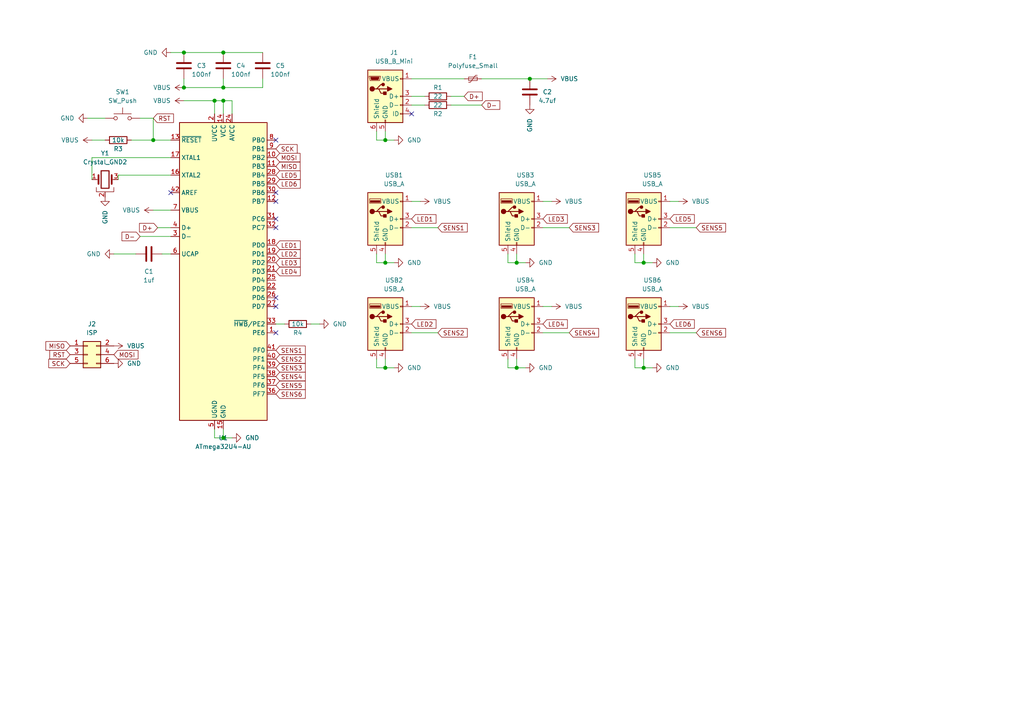
<source format=kicad_sch>
(kicad_sch (version 20201015) (generator eeschema)
  (page 1 1)
  (paper "A4")
  (lib_symbols
    (symbol "Connector:USB_A" (pin_names (offset 1.016))
      (property "Reference" "J" (at -5.08 11.43 0))
      (property "Value" "USB_A" (at -5.08 8.89 0))
      (symbol "USB_A_0_1"
        (circle (center -3.81 2.159) (radius 0.635) (stroke (width 0.254)) (fill (type outline)))
        (circle (center -0.635 3.429) (radius 0.381) (stroke (width 0.254)) (fill (type outline)))
        (rectangle (start -5.08 -7.62) (end 5.08 7.62) (stroke (width 0.254)) (fill (type background)))
        (rectangle (start -1.524 4.826) (end -4.318 5.334) (fill (type outline)))
        (rectangle (start -1.27 4.572) (end -4.572 5.842))
        (rectangle (start -0.127 -7.62) (end 0.127 -6.858))
        (rectangle (start 0.254 1.27) (end -0.508 0.508) (stroke (width 0.254)) (fill (type outline)))
        (rectangle (start 5.08 -2.667) (end 4.318 -2.413))
        (rectangle (start 5.08 -0.127) (end 4.318 0.127))
        (rectangle (start 5.08 4.953) (end 4.318 5.207))
        (polyline (pts (xy -3.175 2.159) (xy -2.54 2.159) (xy -1.27 3.429) (xy -0.635 3.429)) (stroke (width 0.254)))
        (polyline (pts (xy -2.54 2.159) (xy -1.905 2.159) (xy -1.27 0.889) (xy 0 0.889)) (stroke (width 0.254)))
        (polyline (pts (xy 0.635 2.794) (xy 0.635 1.524) (xy 1.905 2.159) (xy 0.635 2.794)) (stroke (width 0.254)) (fill (type outline)))
      )
      (symbol "USB_A_1_1"
        (polyline (pts (xy -1.905 2.159) (xy 0.635 2.159)) (stroke (width 0.254)))
        (pin power_in line (at 7.62 5.08 180) (length 2.54) (name "VBUS") (number "1"))
        (pin passive line (at 7.62 -2.54 180) (length 2.54) (name "D-") (number "2"))
        (pin passive line (at 7.62 0 180) (length 2.54) (name "D+") (number "3"))
        (pin power_in line (at 0 -10.16 90) (length 2.54) (name "GND") (number "4"))
        (pin passive line (at -2.54 -10.16 90) (length 2.54) (name "Shield") (number "5"))
      )
    )
    (symbol "Connector:USB_B_Mini" (pin_names (offset 1.016))
      (property "Reference" "J" (at -5.08 11.43 0))
      (property "Value" "USB_B_Mini" (at -5.08 8.89 0))
      (symbol "USB_B_Mini_0_1"
        (circle (center -3.81 2.159) (radius 0.635) (stroke (width 0.254)) (fill (type outline)))
        (circle (center -0.635 3.429) (radius 0.381) (stroke (width 0.254)) (fill (type outline)))
        (rectangle (start -5.08 -7.62) (end 5.08 7.62) (stroke (width 0.254)) (fill (type background)))
        (rectangle (start -0.127 -7.62) (end 0.127 -6.858))
        (rectangle (start 0.254 1.27) (end -0.508 0.508) (stroke (width 0.254)) (fill (type outline)))
        (rectangle (start 5.08 -5.207) (end 4.318 -4.953))
        (rectangle (start 5.08 -2.667) (end 4.318 -2.413))
        (rectangle (start 5.08 -0.127) (end 4.318 0.127))
        (rectangle (start 5.08 4.953) (end 4.318 5.207))
        (polyline (pts (xy -1.905 2.159) (xy 0.635 2.159)) (stroke (width 0.254)))
        (polyline (pts (xy -3.175 2.159) (xy -2.54 2.159) (xy -1.27 3.429) (xy -0.635 3.429)) (stroke (width 0.254)))
        (polyline (pts (xy -2.54 2.159) (xy -1.905 2.159) (xy -1.27 0.889) (xy 0 0.889)) (stroke (width 0.254)))
        (polyline (pts (xy 0.635 2.794) (xy 0.635 1.524) (xy 1.905 2.159) (xy 0.635 2.794)) (stroke (width 0.254)) (fill (type outline)))
        (polyline (pts (xy -4.318 5.588) (xy -1.778 5.588) (xy -2.032 4.826) (xy -4.064 4.826) (xy -4.318 5.588)) (fill (type outline)))
        (polyline (pts (xy -4.699 5.842) (xy -4.699 5.588) (xy -4.445 4.826) (xy -4.445 4.572) (xy -1.651 4.572) (xy -1.651 4.826) (xy -1.397 5.588) (xy -1.397 5.842) (xy -4.699 5.842)))
      )
      (symbol "USB_B_Mini_1_1"
        (pin power_out line (at 7.62 5.08 180) (length 2.54) (name "VBUS") (number "1"))
        (pin passive line (at 7.62 -2.54 180) (length 2.54) (name "D-") (number "2"))
        (pin passive line (at 7.62 0 180) (length 2.54) (name "D+") (number "3"))
        (pin passive line (at 7.62 -5.08 180) (length 2.54) (name "ID") (number "4"))
        (pin power_out line (at 0 -10.16 90) (length 2.54) (name "GND") (number "5"))
        (pin passive line (at -2.54 -10.16 90) (length 2.54) (name "Shield") (number "6"))
      )
    )
    (symbol "Connector_Generic:Conn_02x03_Odd_Even" (pin_names (offset 1.016) hide)
      (property "Reference" "J" (at 1.27 5.08 0))
      (property "Value" "Conn_02x03_Odd_Even" (at 1.27 -5.08 0))
      (symbol "Conn_02x03_Odd_Even_1_1"
        (rectangle (start -1.27 -2.413) (end 0 -2.667) (stroke (width 0.1524)))
        (rectangle (start -1.27 2.667) (end 0 2.413) (stroke (width 0.1524)))
        (rectangle (start -1.27 3.81) (end 3.81 -3.81) (stroke (width 0.254)) (fill (type background)))
        (rectangle (start -1.27 0.127) (end 0 -0.127) (stroke (width 0.1524)))
        (rectangle (start 3.81 -2.413) (end 2.54 -2.667) (stroke (width 0.1524)))
        (rectangle (start 3.81 2.667) (end 2.54 2.413) (stroke (width 0.1524)))
        (rectangle (start 3.81 0.127) (end 2.54 -0.127) (stroke (width 0.1524)))
        (pin passive line (at -5.08 2.54 0) (length 3.81) (name "Pin_1") (number "1"))
        (pin passive line (at 7.62 2.54 180) (length 3.81) (name "Pin_2") (number "2"))
        (pin passive line (at -5.08 0 0) (length 3.81) (name "Pin_3") (number "3"))
        (pin passive line (at 7.62 0 180) (length 3.81) (name "Pin_4") (number "4"))
        (pin passive line (at -5.08 -2.54 0) (length 3.81) (name "Pin_5") (number "5"))
        (pin passive line (at 7.62 -2.54 180) (length 3.81) (name "Pin_6") (number "6"))
      )
    )
    (symbol "Device:C" (pin_numbers hide) (pin_names (offset 0.254))
      (property "Reference" "C" (at 0.635 2.54 0))
      (property "Value" "C" (at 0.635 -2.54 0))
      (symbol "C_0_1"
        (polyline (pts (xy -2.032 -0.762) (xy 2.032 -0.762)) (stroke (width 0.508)))
        (polyline (pts (xy -2.032 0.762) (xy 2.032 0.762)) (stroke (width 0.508)))
      )
      (symbol "C_1_1"
        (pin passive line (at 0 3.81 270) (length 2.794) (name "~") (number "1"))
        (pin passive line (at 0 -3.81 90) (length 2.794) (name "~") (number "2"))
      )
    )
    (symbol "Device:Crystal_GND2" (pin_names (offset 1.016) hide)
      (property "Reference" "Y" (at 0 5.715 0))
      (property "Value" "Crystal_GND2" (at 0 3.81 0))
      (symbol "Crystal_GND2_0_1"
        (rectangle (start -1.143 2.54) (end 1.143 -2.54) (stroke (width 0.3048)))
        (polyline (pts (xy -2.54 0) (xy -1.905 0)))
        (polyline (pts (xy -1.905 -1.27) (xy -1.905 1.27)) (stroke (width 0.508)))
        (polyline (pts (xy 0 -3.81) (xy 0 -3.556)))
        (polyline (pts (xy 1.905 0) (xy 2.54 0)))
        (polyline (pts (xy 1.905 1.27) (xy 1.905 -1.27)) (stroke (width 0.508)))
        (polyline (pts (xy -2.54 -2.286) (xy -2.54 -3.556) (xy 2.54 -3.556) (xy 2.54 -2.286)))
      )
      (symbol "Crystal_GND2_1_1"
        (pin passive line (at -3.81 0 0) (length 1.27) (name "1") (number "1"))
        (pin passive line (at 0 -5.08 90) (length 1.27) (name "2") (number "2"))
        (pin passive line (at 3.81 0 180) (length 1.27) (name "3") (number "3"))
      )
    )
    (symbol "Device:Polyfuse_Small" (pin_numbers hide) (pin_names (offset 0))
      (property "Reference" "F" (at -1.905 0 90))
      (property "Value" "Polyfuse_Small" (at 1.905 0 90))
      (symbol "Polyfuse_Small_0_1"
        (rectangle (start -0.508 1.27) (end 0.508 -1.27))
        (polyline (pts (xy 0 2.54) (xy 0 -2.54)))
        (polyline (pts (xy -1.016 1.27) (xy -1.016 0.762) (xy 1.016 -0.762) (xy 1.016 -1.27)))
      )
      (symbol "Polyfuse_Small_1_1"
        (pin passive line (at 0 2.54 270) (length 0.635) (name "~") (number "1"))
        (pin passive line (at 0 -2.54 90) (length 0.635) (name "~") (number "2"))
      )
    )
    (symbol "Device:R" (pin_numbers hide) (pin_names (offset 0))
      (property "Reference" "R" (at 2.032 0 90))
      (property "Value" "R" (at 0 0 90))
      (symbol "R_0_1"
        (rectangle (start -1.016 -2.54) (end 1.016 2.54) (stroke (width 0.254)))
      )
      (symbol "R_1_1"
        (pin passive line (at 0 3.81 270) (length 1.27) (name "~") (number "1"))
        (pin passive line (at 0 -3.81 90) (length 1.27) (name "~") (number "2"))
      )
    )
    (symbol "MCU_Microchip_ATmega:ATmega32U4-AU"
      (property "Reference" "U" (at -12.7 44.45 0))
      (property "Value" "ATmega32U4-AU" (at 2.54 -44.45 0))
      (symbol "ATmega32U4-AU_0_1"
        (rectangle (start -12.7 -43.18) (end 12.7 43.18) (stroke (width 0.254)) (fill (type background)))
      )
      (symbol "ATmega32U4-AU_1_1"
        (pin bidirectional line (at 15.24 -17.78 180) (length 2.54) (name "PE6") (number "1"))
        (pin bidirectional line (at 15.24 33.02 180) (length 2.54) (name "PB2") (number "10"))
        (pin bidirectional line (at 15.24 30.48 180) (length 2.54) (name "PB3") (number "11"))
        (pin bidirectional line (at 15.24 20.32 180) (length 2.54) (name "PB7") (number "12"))
        (pin input line (at -15.24 38.1 0) (length 2.54) (name "~RESET") (number "13"))
        (pin power_in line (at 0 45.72 270) (length 2.54) (name "VCC") (number "14"))
        (pin power_in line (at 0 -45.72 90) (length 2.54) (name "GND") (number "15"))
        (pin output line (at -15.24 27.94 0) (length 2.54) (name "XTAL2") (number "16"))
        (pin input line (at -15.24 33.02 0) (length 2.54) (name "XTAL1") (number "17"))
        (pin bidirectional line (at 15.24 7.62 180) (length 2.54) (name "PD0") (number "18"))
        (pin bidirectional line (at 15.24 5.08 180) (length 2.54) (name "PD1") (number "19"))
        (pin power_in line (at -2.54 45.72 270) (length 2.54) (name "UVCC") (number "2"))
        (pin bidirectional line (at 15.24 2.54 180) (length 2.54) (name "PD2") (number "20"))
        (pin bidirectional line (at 15.24 0 180) (length 2.54) (name "PD3") (number "21"))
        (pin bidirectional line (at 15.24 -5.08 180) (length 2.54) (name "PD5") (number "22"))
        (pin passive line (at 0 -45.72 90) (length 2.54) hide (name "GND") (number "23"))
        (pin power_in line (at 2.54 45.72 270) (length 2.54) (name "AVCC") (number "24"))
        (pin bidirectional line (at 15.24 -2.54 180) (length 2.54) (name "PD4") (number "25"))
        (pin bidirectional line (at 15.24 -7.62 180) (length 2.54) (name "PD6") (number "26"))
        (pin bidirectional line (at 15.24 -10.16 180) (length 2.54) (name "PD7") (number "27"))
        (pin bidirectional line (at 15.24 27.94 180) (length 2.54) (name "PB4") (number "28"))
        (pin bidirectional line (at 15.24 25.4 180) (length 2.54) (name "PB5") (number "29"))
        (pin bidirectional line (at -15.24 10.16 0) (length 2.54) (name "D-") (number "3"))
        (pin bidirectional line (at 15.24 22.86 180) (length 2.54) (name "PB6") (number "30"))
        (pin bidirectional line (at 15.24 15.24 180) (length 2.54) (name "PC6") (number "31"))
        (pin bidirectional line (at 15.24 12.7 180) (length 2.54) (name "PC7") (number "32"))
        (pin bidirectional line (at 15.24 -15.24 180) (length 2.54) (name "~HWB~/PE2") (number "33"))
        (pin passive line (at 0 45.72 270) (length 2.54) hide (name "VCC") (number "34"))
        (pin passive line (at 0 -45.72 90) (length 2.54) hide (name "GND") (number "35"))
        (pin bidirectional line (at 15.24 -35.56 180) (length 2.54) (name "PF7") (number "36"))
        (pin bidirectional line (at 15.24 -33.02 180) (length 2.54) (name "PF6") (number "37"))
        (pin bidirectional line (at 15.24 -30.48 180) (length 2.54) (name "PF5") (number "38"))
        (pin bidirectional line (at 15.24 -27.94 180) (length 2.54) (name "PF4") (number "39"))
        (pin bidirectional line (at -15.24 12.7 0) (length 2.54) (name "D+") (number "4"))
        (pin bidirectional line (at 15.24 -25.4 180) (length 2.54) (name "PF1") (number "40"))
        (pin bidirectional line (at 15.24 -22.86 180) (length 2.54) (name "PF0") (number "41"))
        (pin passive line (at -15.24 22.86 0) (length 2.54) (name "AREF") (number "42"))
        (pin passive line (at 0 -45.72 90) (length 2.54) hide (name "GND") (number "43"))
        (pin passive line (at 2.54 45.72 270) (length 2.54) hide (name "AVCC") (number "44"))
        (pin passive line (at -2.54 -45.72 90) (length 2.54) (name "UGND") (number "5"))
        (pin passive line (at -15.24 5.08 0) (length 2.54) (name "UCAP") (number "6"))
        (pin input line (at -15.24 17.78 0) (length 2.54) (name "VBUS") (number "7"))
        (pin bidirectional line (at 15.24 38.1 180) (length 2.54) (name "PB0") (number "8"))
        (pin bidirectional line (at 15.24 35.56 180) (length 2.54) (name "PB1") (number "9"))
      )
    )
    (symbol "Power:GND" (power) (pin_names (offset 0))
      (property "Value" "GND" (at 0 -3.81 0))
      (symbol "GND_0_1"
        (polyline (pts (xy 0 0) (xy 0 -1.27) (xy 1.27 -1.27) (xy 0 -2.54) (xy -1.27 -1.27) (xy 0 -1.27)))
      )
      (symbol "GND_1_1"
        (pin power_in line (at 0 0 270) (length 0) hide (name "GND") (number "1"))
      )
    )
    (symbol "Power:VBUS" (power) (pin_names (offset 0))
      (property "Value" "VBUS" (at 0 3.81 0))
      (symbol "VBUS_0_1"
        (polyline (pts (xy -0.762 1.27) (xy 0 2.54)))
        (polyline (pts (xy 0 0) (xy 0 2.54)))
        (polyline (pts (xy 0 2.54) (xy 0.762 1.27)))
      )
      (symbol "VBUS_1_1"
        (pin power_in line (at 0 0 90) (length 0) hide (name "VBUS") (number "1"))
      )
    )
    (symbol "Switch:SW_Push" (pin_numbers hide) (pin_names (offset 1.016) hide)
      (property "Reference" "SW" (at 1.27 2.54 0))
      (property "Value" "SW_Push" (at 0 -1.524 0))
      (symbol "SW_Push_0_1"
        (circle (center -2.032 0) (radius 0.508))
        (circle (center 2.032 0) (radius 0.508))
        (polyline (pts (xy 0 1.27) (xy 0 3.048)))
        (polyline (pts (xy 2.54 1.27) (xy -2.54 1.27)))
        (pin passive line (at -5.08 0 0) (length 2.54) (name "1") (number "1"))
        (pin passive line (at 5.08 0 180) (length 2.54) (name "2") (number "2"))
      )
    )
  )
  (junction (at 44.45 40.64) (diameter 1.016))
  (junction (at 53.34 15.24) (diameter 1.016))
  (junction (at 53.34 25.4) (diameter 1.016))
  (junction (at 62.23 29.21) (diameter 1.016))
  (junction (at 64.77 15.24) (diameter 1.016))
  (junction (at 64.77 25.4) (diameter 1.016))
  (junction (at 64.77 29.21) (diameter 1.016))
  (junction (at 64.77 127) (diameter 1.016))
  (junction (at 111.76 40.64) (diameter 1.016))
  (junction (at 111.76 76.2) (diameter 1.016))
  (junction (at 111.76 106.68) (diameter 1.016))
  (junction (at 149.86 76.2) (diameter 1.016))
  (junction (at 149.86 106.68) (diameter 1.016))
  (junction (at 153.67 22.86) (diameter 1.016))
  (junction (at 186.69 76.2) (diameter 1.016))
  (junction (at 186.69 106.68) (diameter 1.016))
  (no_connect (at 49.53 55.88))
  (no_connect (at 119.38 33.02))
  (no_connect (at 80.01 40.64))
  (no_connect (at 80.01 55.88))
  (no_connect (at 80.01 58.42))
  (no_connect (at 80.01 63.5))
  (no_connect (at 80.01 66.04))
  (no_connect (at 80.01 86.36))
  (no_connect (at 80.01 88.9))
  (no_connect (at 80.01 96.52))
  (wire (pts (xy 25.4 34.29) (xy 30.48 34.29)))
  (wire (pts (xy 26.67 40.64) (xy 30.48 40.64)))
  (wire (pts (xy 26.67 45.72) (xy 49.53 45.72)))
  (wire (pts (xy 26.67 52.07) (xy 26.67 45.72)))
  (wire (pts (xy 33.02 73.66) (xy 39.37 73.66)))
  (wire (pts (xy 34.29 50.8) (xy 34.29 52.07)))
  (wire (pts (xy 38.1 40.64) (xy 44.45 40.64)))
  (wire (pts (xy 40.64 34.29) (xy 44.45 34.29)))
  (wire (pts (xy 44.45 34.29) (xy 44.45 40.64)))
  (wire (pts (xy 44.45 40.64) (xy 49.53 40.64)))
  (wire (pts (xy 44.45 60.96) (xy 49.53 60.96)))
  (wire (pts (xy 45.72 66.04) (xy 49.53 66.04)))
  (wire (pts (xy 46.99 73.66) (xy 49.53 73.66)))
  (wire (pts (xy 49.53 15.24) (xy 53.34 15.24)))
  (wire (pts (xy 49.53 50.8) (xy 34.29 50.8)))
  (wire (pts (xy 49.53 68.58) (xy 40.64 68.58)))
  (wire (pts (xy 53.34 15.24) (xy 64.77 15.24)))
  (wire (pts (xy 53.34 22.86) (xy 53.34 25.4)))
  (wire (pts (xy 53.34 25.4) (xy 64.77 25.4)))
  (wire (pts (xy 53.34 29.21) (xy 62.23 29.21)))
  (wire (pts (xy 62.23 29.21) (xy 62.23 33.02)))
  (wire (pts (xy 62.23 29.21) (xy 64.77 29.21)))
  (wire (pts (xy 62.23 127) (xy 62.23 124.46)))
  (wire (pts (xy 64.77 15.24) (xy 76.2 15.24)))
  (wire (pts (xy 64.77 25.4) (xy 64.77 22.86)))
  (wire (pts (xy 64.77 25.4) (xy 76.2 25.4)))
  (wire (pts (xy 64.77 29.21) (xy 64.77 33.02)))
  (wire (pts (xy 64.77 29.21) (xy 67.31 29.21)))
  (wire (pts (xy 64.77 124.46) (xy 64.77 127)))
  (wire (pts (xy 64.77 127) (xy 62.23 127)))
  (wire (pts (xy 67.31 33.02) (xy 67.31 29.21)))
  (wire (pts (xy 67.31 127) (xy 64.77 127)))
  (wire (pts (xy 76.2 25.4) (xy 76.2 22.86)))
  (wire (pts (xy 80.01 93.98) (xy 82.55 93.98)))
  (wire (pts (xy 90.17 93.98) (xy 92.71 93.98)))
  (wire (pts (xy 109.22 40.64) (xy 109.22 38.1)))
  (wire (pts (xy 109.22 76.2) (xy 109.22 73.66)))
  (wire (pts (xy 109.22 106.68) (xy 109.22 104.14)))
  (wire (pts (xy 111.76 38.1) (xy 111.76 40.64)))
  (wire (pts (xy 111.76 40.64) (xy 109.22 40.64)))
  (wire (pts (xy 111.76 73.66) (xy 111.76 76.2)))
  (wire (pts (xy 111.76 76.2) (xy 109.22 76.2)))
  (wire (pts (xy 111.76 104.14) (xy 111.76 106.68)))
  (wire (pts (xy 111.76 106.68) (xy 109.22 106.68)))
  (wire (pts (xy 114.3 40.64) (xy 111.76 40.64)))
  (wire (pts (xy 114.3 76.2) (xy 111.76 76.2)))
  (wire (pts (xy 114.3 106.68) (xy 111.76 106.68)))
  (wire (pts (xy 119.38 22.86) (xy 134.62 22.86)))
  (wire (pts (xy 119.38 27.94) (xy 123.19 27.94)))
  (wire (pts (xy 119.38 30.48) (xy 123.19 30.48)))
  (wire (pts (xy 119.38 58.42) (xy 121.92 58.42)))
  (wire (pts (xy 119.38 66.04) (xy 127 66.04)))
  (wire (pts (xy 119.38 88.9) (xy 121.92 88.9)))
  (wire (pts (xy 119.38 96.52) (xy 127 96.52)))
  (wire (pts (xy 130.81 27.94) (xy 134.62 27.94)))
  (wire (pts (xy 130.81 30.48) (xy 139.7 30.48)))
  (wire (pts (xy 139.7 22.86) (xy 153.67 22.86)))
  (wire (pts (xy 147.32 76.2) (xy 147.32 73.66)))
  (wire (pts (xy 147.32 106.68) (xy 147.32 104.14)))
  (wire (pts (xy 149.86 73.66) (xy 149.86 76.2)))
  (wire (pts (xy 149.86 76.2) (xy 147.32 76.2)))
  (wire (pts (xy 149.86 104.14) (xy 149.86 106.68)))
  (wire (pts (xy 149.86 106.68) (xy 147.32 106.68)))
  (wire (pts (xy 152.4 76.2) (xy 149.86 76.2)))
  (wire (pts (xy 152.4 106.68) (xy 149.86 106.68)))
  (wire (pts (xy 153.67 22.86) (xy 158.75 22.86)))
  (wire (pts (xy 157.48 58.42) (xy 160.02 58.42)))
  (wire (pts (xy 157.48 66.04) (xy 165.1 66.04)))
  (wire (pts (xy 157.48 88.9) (xy 160.02 88.9)))
  (wire (pts (xy 157.48 96.52) (xy 165.1 96.52)))
  (wire (pts (xy 184.15 76.2) (xy 184.15 73.66)))
  (wire (pts (xy 184.15 106.68) (xy 184.15 104.14)))
  (wire (pts (xy 186.69 73.66) (xy 186.69 76.2)))
  (wire (pts (xy 186.69 76.2) (xy 184.15 76.2)))
  (wire (pts (xy 186.69 104.14) (xy 186.69 106.68)))
  (wire (pts (xy 186.69 106.68) (xy 184.15 106.68)))
  (wire (pts (xy 189.23 76.2) (xy 186.69 76.2)))
  (wire (pts (xy 189.23 106.68) (xy 186.69 106.68)))
  (wire (pts (xy 194.31 58.42) (xy 196.85 58.42)))
  (wire (pts (xy 194.31 66.04) (xy 201.93 66.04)))
  (wire (pts (xy 194.31 88.9) (xy 196.85 88.9)))
  (wire (pts (xy 194.31 96.52) (xy 201.93 96.52)))
  (global_label "MISO" (shape input) (at 20.32 100.33 180) (property "Intersheet References" "${INTERSHEET_REFS}" (effects hide)))
  (global_label "RST" (shape input) (at 20.32 102.87 180) (property "Intersheet References" "${INTERSHEET_REFS}" (effects hide)))
  (global_label "SCK" (shape input) (at 20.32 105.41 180) (property "Intersheet References" "${INTERSHEET_REFS}" (effects hide)))
  (global_label "MOSI" (shape input) (at 33.02 102.87 0) (property "Intersheet References" "${INTERSHEET_REFS}" (effects hide)))
  (global_label "D-" (shape input) (at 40.64 68.58 180) (property "Intersheet References" "${INTERSHEET_REFS}" (effects hide)))
  (global_label "RST" (shape input) (at 44.45 34.29 0) (property "Intersheet References" "${INTERSHEET_REFS}" (effects hide)))
  (global_label "D+" (shape input) (at 45.72 66.04 180) (property "Intersheet References" "${INTERSHEET_REFS}" (effects hide)))
  (global_label "SCK" (shape input) (at 80.01 43.18 0) (property "Intersheet References" "${INTERSHEET_REFS}" (effects hide)))
  (global_label "MOSI" (shape input) (at 80.01 45.72 0) (property "Intersheet References" "${INTERSHEET_REFS}" (effects hide)))
  (global_label "MISO" (shape input) (at 80.01 48.26 0) (property "Intersheet References" "${INTERSHEET_REFS}" (effects hide)))
  (global_label "LED5" (shape input) (at 80.01 50.8 0) (property "Intersheet References" "${INTERSHEET_REFS}" (effects hide)))
  (global_label "LED6" (shape input) (at 80.01 53.34 0) (property "Intersheet References" "${INTERSHEET_REFS}" (effects hide)))
  (global_label "LED1" (shape input) (at 80.01 71.12 0) (property "Intersheet References" "${INTERSHEET_REFS}" (effects hide)))
  (global_label "LED2" (shape input) (at 80.01 73.66 0) (property "Intersheet References" "${INTERSHEET_REFS}" (effects hide)))
  (global_label "LED3" (shape input) (at 80.01 76.2 0) (property "Intersheet References" "${INTERSHEET_REFS}" (effects hide)))
  (global_label "LED4" (shape input) (at 80.01 78.74 0) (property "Intersheet References" "${INTERSHEET_REFS}" (effects hide)))
  (global_label "SENS1" (shape input) (at 80.01 101.6 0) (property "Intersheet References" "${INTERSHEET_REFS}" (effects hide)))
  (global_label "SENS2" (shape input) (at 80.01 104.14 0) (property "Intersheet References" "${INTERSHEET_REFS}" (effects hide)))
  (global_label "SENS3" (shape input) (at 80.01 106.68 0) (property "Intersheet References" "${INTERSHEET_REFS}" (effects hide)))
  (global_label "SENS4" (shape input) (at 80.01 109.22 0) (property "Intersheet References" "${INTERSHEET_REFS}" (effects hide)))
  (global_label "SENS5" (shape input) (at 80.01 111.76 0) (property "Intersheet References" "${INTERSHEET_REFS}" (effects hide)))
  (global_label "SENS6" (shape input) (at 80.01 114.3 0) (property "Intersheet References" "${INTERSHEET_REFS}" (effects hide)))
  (global_label "LED1" (shape input) (at 119.38 63.5 0) (property "Intersheet References" "${INTERSHEET_REFS}" (effects hide)))
  (global_label "LED2" (shape input) (at 119.38 93.98 0) (property "Intersheet References" "${INTERSHEET_REFS}" (effects hide)))
  (global_label "SENS1" (shape input) (at 127 66.04 0) (property "Intersheet References" "${INTERSHEET_REFS}" (effects hide)))
  (global_label "SENS2" (shape input) (at 127 96.52 0) (property "Intersheet References" "${INTERSHEET_REFS}" (effects hide)))
  (global_label "D+" (shape input) (at 134.62 27.94 0) (property "Intersheet References" "${INTERSHEET_REFS}" (effects hide)))
  (global_label "D-" (shape input) (at 139.7 30.48 0) (property "Intersheet References" "${INTERSHEET_REFS}" (effects hide)))
  (global_label "LED3" (shape input) (at 157.48 63.5 0) (property "Intersheet References" "${INTERSHEET_REFS}" (effects hide)))
  (global_label "LED4" (shape input) (at 157.48 93.98 0) (property "Intersheet References" "${INTERSHEET_REFS}" (effects hide)))
  (global_label "SENS3" (shape input) (at 165.1 66.04 0) (property "Intersheet References" "${INTERSHEET_REFS}" (effects hide)))
  (global_label "SENS4" (shape input) (at 165.1 96.52 0) (property "Intersheet References" "${INTERSHEET_REFS}" (effects hide)))
  (global_label "LED5" (shape input) (at 194.31 63.5 0) (property "Intersheet References" "${INTERSHEET_REFS}" (effects hide)))
  (global_label "LED6" (shape input) (at 194.31 93.98 0) (property "Intersheet References" "${INTERSHEET_REFS}" (effects hide)))
  (global_label "SENS5" (shape input) (at 201.93 66.04 0) (property "Intersheet References" "${INTERSHEET_REFS}" (effects hide)))
  (global_label "SENS6" (shape input) (at 201.93 96.52 0) (property "Intersheet References" "${INTERSHEET_REFS}" (effects hide)))
  (symbol (lib_id "Power:VBUS") (at 26.67 40.64 90) (unit 1)
    (property "Reference" "#PWR06" (effects hide))
    (property "Value" "VBUS" (at 22.86 40.64 90) (effects (justify left)))
  )
  (symbol (lib_id "Power:VBUS") (at 33.02 100.33 270) (unit 1)
    (property "Reference" "#PWR?" (effects hide))
    (property "Value" "VBUS" (at 36.83 100.33 90) (effects (justify left)))
  )
  (symbol (lib_id "Power:VBUS") (at 44.45 60.96 90) (unit 1)
    (property "Reference" "#PWR012" (effects hide))
    (property "Value" "VBUS" (at 40.64 60.96 90) (effects (justify left)))
  )
  (symbol (lib_id "Power:VBUS") (at 53.34 25.4 90) (unit 1)
    (property "Reference" "#PWR03" (effects hide))
    (property "Value" "VBUS" (at 49.53 25.4 90) (effects (justify left)))
  )
  (symbol (lib_id "Power:VBUS") (at 53.34 29.21 90) (unit 1)
    (property "Reference" "#PWR0101" (effects hide))
    (property "Value" "VBUS" (at 49.53 29.21 90) (effects (justify left)))
  )
  (symbol (lib_id "Power:VBUS") (at 121.92 58.42 270) (unit 1)
    (property "Reference" "#PWR09" (effects hide))
    (property "Value" "VBUS" (at 125.73 58.42 90) (effects (justify left)))
  )
  (symbol (lib_id "Power:VBUS") (at 121.92 88.9 270) (unit 1)
    (property "Reference" "#PWR017" (effects hide))
    (property "Value" "VBUS" (at 125.73 88.9 90) (effects (justify left)))
  )
  (symbol (lib_id "Power:VBUS") (at 158.75 22.86 270) (unit 1)
    (property "Reference" "#PWR02" (effects hide))
    (property "Value" "VBUS" (at 162.56 22.86 90) (effects (justify left)))
  )
  (symbol (lib_id "Power:VBUS") (at 160.02 58.42 270) (unit 1)
    (property "Reference" "#PWR010" (effects hide))
    (property "Value" "VBUS" (at 163.83 58.42 90) (effects (justify left)))
  )
  (symbol (lib_id "Power:VBUS") (at 160.02 88.9 270) (unit 1)
    (property "Reference" "#PWR018" (effects hide))
    (property "Value" "VBUS" (at 163.83 88.9 90) (effects (justify left)))
  )
  (symbol (lib_id "Power:VBUS") (at 196.85 58.42 270) (unit 1)
    (property "Reference" "#PWR011" (effects hide))
    (property "Value" "VBUS" (at 200.66 58.42 90) (effects (justify left)))
  )
  (symbol (lib_id "Power:VBUS") (at 196.85 88.9 270) (unit 1)
    (property "Reference" "#PWR019" (effects hide))
    (property "Value" "VBUS" (at 200.66 88.9 90) (effects (justify left)))
  )
  (symbol (lib_id "Power:GND") (at 25.4 34.29 270) (unit 1)
    (property "Reference" "#PWR05" (effects hide))
    (property "Value" "GND" (at 21.59 34.29 90) (effects (justify right)))
  )
  (symbol (lib_id "Power:GND") (at 30.48 57.15 0) (unit 1)
    (property "Reference" "#PWR08" (effects hide))
    (property "Value" "GND" (at 30.48 60.96 90) (effects (justify right)))
  )
  (symbol (lib_id "Power:GND") (at 33.02 73.66 270) (unit 1)
    (property "Reference" "#PWR013" (effects hide))
    (property "Value" "GND" (at 29.21 73.66 90) (effects (justify right)))
  )
  (symbol (lib_id "Power:GND") (at 33.02 105.41 90) (unit 1)
    (property "Reference" "#PWR?" (effects hide))
    (property "Value" "GND" (at 36.83 105.41 90) (effects (justify right)))
  )
  (symbol (lib_id "Power:GND") (at 49.53 15.24 270) (unit 1)
    (property "Reference" "#PWR01" (effects hide))
    (property "Value" "GND" (at 45.72 15.24 90) (effects (justify right)))
  )
  (symbol (lib_id "Power:GND") (at 67.31 127 90) (unit 1)
    (property "Reference" "#PWR024" (effects hide))
    (property "Value" "GND" (at 71.12 127 90) (effects (justify right)))
  )
  (symbol (lib_id "Power:GND") (at 92.71 93.98 90) (unit 1)
    (property "Reference" "#PWR020" (effects hide))
    (property "Value" "GND" (at 96.52 93.98 90) (effects (justify right)))
  )
  (symbol (lib_id "Power:GND") (at 114.3 40.64 90) (unit 1)
    (property "Reference" "#PWR07" (effects hide))
    (property "Value" "GND" (at 118.11 40.64 90) (effects (justify right)))
  )
  (symbol (lib_id "Power:GND") (at 114.3 76.2 90) (unit 1)
    (property "Reference" "#PWR014" (effects hide))
    (property "Value" "GND" (at 118.11 76.2 90) (effects (justify right)))
  )
  (symbol (lib_id "Power:GND") (at 114.3 106.68 90) (unit 1)
    (property "Reference" "#PWR021" (effects hide))
    (property "Value" "GND" (at 118.11 106.68 90) (effects (justify right)))
  )
  (symbol (lib_id "Power:GND") (at 152.4 76.2 90) (unit 1)
    (property "Reference" "#PWR015" (effects hide))
    (property "Value" "GND" (at 156.21 76.2 90) (effects (justify right)))
  )
  (symbol (lib_id "Power:GND") (at 152.4 106.68 90) (unit 1)
    (property "Reference" "#PWR022" (effects hide))
    (property "Value" "GND" (at 156.21 106.68 90) (effects (justify right)))
  )
  (symbol (lib_id "Power:GND") (at 153.67 30.48 0) (unit 1)
    (property "Reference" "#PWR04" (effects hide))
    (property "Value" "GND" (at 153.67 34.29 90) (effects (justify right)))
  )
  (symbol (lib_id "Power:GND") (at 189.23 76.2 90) (unit 1)
    (property "Reference" "#PWR016" (effects hide))
    (property "Value" "GND" (at 193.04 76.2 90) (effects (justify right)))
  )
  (symbol (lib_id "Power:GND") (at 189.23 106.68 90) (unit 1)
    (property "Reference" "#PWR023" (effects hide))
    (property "Value" "GND" (at 193.04 106.68 90) (effects (justify right)))
  )
  (symbol (lib_id "Device:Polyfuse_Small") (at 137.16 22.86 90) (unit 1)
    (property "Reference" "F1" (at 137.16 16.51 90))
    (property "Value" "Polyfuse_Small" (at 137.16 19.05 90))
    (property "Footprint" "Resistor_SMD:R_0805_2012Metric_Pad1.15x1.40mm_HandSolder" (effects hide))
  )
  (symbol (lib_id "Device:R") (at 34.29 40.64 90) (mirror x) (unit 1)
    (property "Reference" "R3" (at 34.29 43.18 90))
    (property "Value" "10k" (at 34.29 40.64 90))
    (property "Footprint" "Resistor_SMD:R_0805_2012Metric_Pad1.15x1.40mm_HandSolder" (effects hide))
  )
  (symbol (lib_id "Device:R") (at 86.36 93.98 90) (mirror x) (unit 1)
    (property "Reference" "R4" (at 86.36 96.52 90))
    (property "Value" "10k" (at 86.36 93.98 90))
    (property "Footprint" "Resistor_SMD:R_0805_2012Metric_Pad1.15x1.40mm_HandSolder" (effects hide))
  )
  (symbol (lib_id "Device:R") (at 127 27.94 90) (unit 1)
    (property "Reference" "R1" (at 127 25.4 90))
    (property "Value" "22" (at 127 27.94 90))
    (property "Footprint" "Resistor_SMD:R_0805_2012Metric_Pad1.15x1.40mm_HandSolder" (effects hide))
  )
  (symbol (lib_id "Device:R") (at 127 30.48 90) (mirror x) (unit 1)
    (property "Reference" "R2" (at 127 33.02 90))
    (property "Value" "22" (at 127 30.48 90))
    (property "Footprint" "Resistor_SMD:R_0805_2012Metric_Pad1.15x1.40mm_HandSolder" (effects hide))
  )
  (symbol (lib_id "Device:C") (at 43.18 73.66 270) (unit 1)
    (property "Reference" "C1" (at 43.18 78.74 90))
    (property "Value" "1uf" (at 43.18 81.28 90))
    (property "Footprint" "Capacitor_SMD:C_0805_2012Metric_Pad1.15x1.40mm_HandSolder" (effects hide))
  )
  (symbol (lib_id "Device:C") (at 53.34 19.05 0) (unit 1)
    (property "Reference" "C3" (at 58.42 19.05 0))
    (property "Value" "100nf" (at 58.42 21.59 0))
    (property "Footprint" "Capacitor_SMD:C_0805_2012Metric_Pad1.15x1.40mm_HandSolder" (effects hide))
  )
  (symbol (lib_id "Device:C") (at 64.77 19.05 0) (unit 1)
    (property "Reference" "C4" (at 69.85 19.05 0))
    (property "Value" "100nf" (at 69.85 21.59 0))
    (property "Footprint" "Capacitor_SMD:C_0805_2012Metric_Pad1.15x1.40mm_HandSolder" (effects hide))
  )
  (symbol (lib_id "Device:C") (at 76.2 19.05 0) (unit 1)
    (property "Reference" "C5" (at 81.28 19.05 0))
    (property "Value" "100nf" (at 81.28 21.59 0))
    (property "Footprint" "Capacitor_SMD:C_0805_2012Metric_Pad1.15x1.40mm_HandSolder" (effects hide))
  )
  (symbol (lib_id "Device:C") (at 153.67 26.67 0) (unit 1)
    (property "Reference" "C2" (at 158.75 26.67 0))
    (property "Value" "4.7uf" (at 158.75 29.21 0))
    (property "Footprint" "Capacitor_SMD:C_0805_2012Metric_Pad1.15x1.40mm_HandSolder" (effects hide))
  )
  (symbol (lib_id "Switch:SW_Push") (at 35.56 34.29 0) (unit 1)
    (property "Reference" "SW1" (at 35.56 26.67 0))
    (property "Value" "SW_Push" (at 35.56 29.21 0))
    (property "Footprint" "Button_Switch_SMD:SW_SPST_TL3342" (effects hide))
  )
  (symbol (lib_id "Device:Crystal_GND2") (at 30.48 52.07 0) (unit 1)
    (property "Reference" "Y1" (at 30.48 44.45 0))
    (property "Value" "Crystal_GND2" (at 30.48 46.99 0))
    (property "Footprint" "Library:Resonator_SMD_muRata_CSTNExxV-3Pin-p1.2" (effects hide))
  )
  (symbol (lib_id "Connector_Generic:Conn_02x03_Odd_Even") (at 25.4 102.87 0) (unit 1)
    (property "Reference" "J2" (at 26.67 93.98 0))
    (property "Value" "ISP" (at 26.67 96.52 0))
    (property "Footprint" "Library:isp_standard" (effects hide))
  )
  (symbol (lib_id "Connector:USB_B_Mini") (at 111.76 27.94 0) (unit 1)
    (property "Reference" "J1" (at 114.3 15.24 0))
    (property "Value" "USB_B_Mini" (at 114.3 17.78 0))
    (property "Footprint" "Library:U-M-M5DD-W-1" (effects hide))
  )
  (symbol (lib_id "Connector:USB_A") (at 111.76 63.5 0) (unit 1)
    (property "Reference" "USB1" (at 114.3 50.8 0))
    (property "Value" "USB_A" (at 114.3 53.34 0))
    (property "Footprint" "Library:U-A-24DD-Y-1" (effects hide))
    (property "Datasheet" " ~" (effects hide))
  )
  (symbol (lib_id "Connector:USB_A") (at 111.76 93.98 0) (unit 1)
    (property "Reference" "USB2" (at 114.3 81.28 0))
    (property "Value" "USB_A" (at 114.3 83.82 0))
    (property "Footprint" "Library:U-A-24DD-Y-1" (effects hide))
    (property "Datasheet" " ~" (effects hide))
  )
  (symbol (lib_id "Connector:USB_A") (at 149.86 63.5 0) (unit 1)
    (property "Reference" "USB3" (at 152.4 50.8 0))
    (property "Value" "USB_A" (at 152.4 53.34 0))
    (property "Footprint" "Library:U-A-24DD-Y-1" (effects hide))
    (property "Datasheet" " ~" (effects hide))
  )
  (symbol (lib_id "Connector:USB_A") (at 149.86 93.98 0) (unit 1)
    (property "Reference" "USB4" (at 152.4 81.28 0))
    (property "Value" "USB_A" (at 152.4 83.82 0))
    (property "Footprint" "Library:U-A-24DD-Y-1" (effects hide))
    (property "Datasheet" " ~" (effects hide))
  )
  (symbol (lib_id "Connector:USB_A") (at 186.69 63.5 0) (unit 1)
    (property "Reference" "USB5" (at 189.23 50.8 0))
    (property "Value" "USB_A" (at 189.23 53.34 0))
    (property "Footprint" "Library:U-A-24DD-Y-1" (effects hide))
    (property "Datasheet" " ~" (effects hide))
  )
  (symbol (lib_id "Connector:USB_A") (at 186.69 93.98 0) (unit 1)
    (property "Reference" "USB6" (at 189.23 81.28 0))
    (property "Value" "USB_A" (at 189.23 83.82 0))
    (property "Footprint" "Library:U-A-24DD-Y-1" (effects hide))
    (property "Datasheet" " ~" (effects hide))
  )
  (symbol (lib_id "MCU_Microchip_ATmega:ATmega32U4-AU") (at 64.77 78.74 0) (unit 1)
    (property "Reference" "U1" (at 64.77 127 0))
    (property "Value" "ATmega32U4-AU" (at 64.77 129.54 0))
    (property "Footprint" "Package_QFP:TQFP-44_10x10mm_P0.8mm" (effects hide))
    (property "Datasheet" "http://ww1.microchip.com/downloads/en/DeviceDoc/Atmel-7766-8-bit-AVR-ATmega16U4-32U4_Datasheet.pdf" (effects hide))
  )
)
</source>
